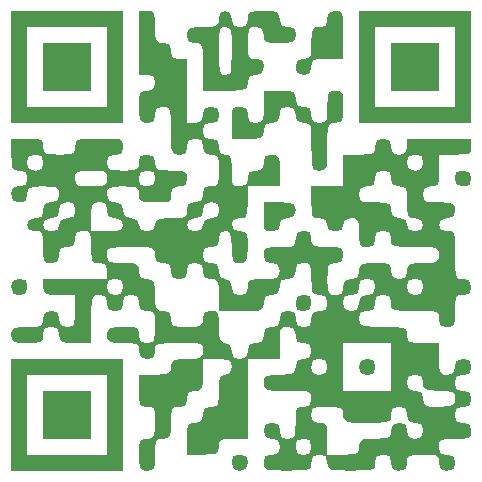
<source format=gbr>
%TF.GenerationSoftware,KiCad,Pcbnew,9.0.5*%
%TF.CreationDate,2025-12-07T11:50:43+11:00*%
%TF.ProjectId,inputSwitchboard,696e7075-7453-4776-9974-6368626f6172,rev?*%
%TF.SameCoordinates,Original*%
%TF.FileFunction,Legend,Bot*%
%TF.FilePolarity,Positive*%
%FSLAX46Y46*%
G04 Gerber Fmt 4.6, Leading zero omitted, Abs format (unit mm)*
G04 Created by KiCad (PCBNEW 9.0.5) date 2025-12-07 11:50:43*
%MOMM*%
%LPD*%
G01*
G04 APERTURE LIST*
%ADD10C,0.000000*%
G04 APERTURE END LIST*
D10*
%TO.C,G\u002A\u002A\u002A*%
G36*
X81680000Y-60623405D02*
G01*
X81680000Y-62650001D01*
X79653404Y-62650001D01*
X77626809Y-62650001D01*
X77626809Y-60623405D01*
X77626809Y-58596809D01*
X79653404Y-58596809D01*
X81680000Y-58596809D01*
X81680000Y-60623405D01*
G37*
G36*
X81680000Y-90076596D02*
G01*
X81680000Y-92103192D01*
X79653404Y-92103192D01*
X77626809Y-92103192D01*
X77626809Y-90076596D01*
X77626809Y-88050001D01*
X79653404Y-88050001D01*
X81680000Y-88050001D01*
X81680000Y-90076596D01*
G37*
G36*
X111133192Y-60623405D02*
G01*
X111133192Y-62650001D01*
X109106596Y-62650001D01*
X107080000Y-62650001D01*
X107080000Y-60623405D01*
X107080000Y-58596809D01*
X109106596Y-58596809D01*
X111133192Y-58596809D01*
X111133192Y-60623405D01*
G37*
G36*
X76114431Y-78704158D02*
G01*
X76272892Y-79143596D01*
X76275745Y-79268086D01*
X76164140Y-79782304D01*
X75724703Y-79940765D01*
X75600213Y-79943618D01*
X75085995Y-79832013D01*
X74927534Y-79392576D01*
X74924681Y-79268086D01*
X75036286Y-78753867D01*
X75475723Y-78595407D01*
X75600213Y-78592554D01*
X76114431Y-78704158D01*
G37*
G36*
X94759112Y-93565861D02*
G01*
X94917573Y-94005298D01*
X94920426Y-94129788D01*
X94808821Y-94644006D01*
X94369384Y-94802467D01*
X94244894Y-94805320D01*
X93730675Y-94693715D01*
X93572215Y-94254278D01*
X93569362Y-94129788D01*
X93680966Y-93615570D01*
X94120404Y-93457109D01*
X94244894Y-93454256D01*
X94759112Y-93565861D01*
G37*
G36*
X100163367Y-80055222D02*
G01*
X100321828Y-80494660D01*
X100324681Y-80619150D01*
X100213076Y-81133368D01*
X99773639Y-81291829D01*
X99649149Y-81294681D01*
X99134931Y-81183077D01*
X98976470Y-80743639D01*
X98973617Y-80619150D01*
X99085222Y-80104931D01*
X99524659Y-79946470D01*
X99649149Y-79943618D01*
X100163367Y-80055222D01*
G37*
G36*
X105567623Y-85459478D02*
G01*
X105726083Y-85898915D01*
X105728936Y-86023405D01*
X105617332Y-86537623D01*
X105177894Y-86696084D01*
X105053404Y-86698937D01*
X104539186Y-86587332D01*
X104380725Y-86147895D01*
X104377872Y-86023405D01*
X104489477Y-85509187D01*
X104928914Y-85350726D01*
X105053404Y-85347873D01*
X105567623Y-85459478D01*
G37*
G36*
X113674006Y-69516924D02*
G01*
X113832466Y-69956362D01*
X113835319Y-70080852D01*
X113723715Y-70595070D01*
X113284277Y-70753531D01*
X113159787Y-70756384D01*
X112645569Y-70644779D01*
X112487108Y-70205342D01*
X112484255Y-70080852D01*
X112595860Y-69566633D01*
X113035297Y-69408173D01*
X113159787Y-69405320D01*
X113674006Y-69516924D01*
G37*
G36*
X98424396Y-72129350D02*
G01*
X98824416Y-72241124D01*
X98960819Y-72511872D01*
X98973617Y-72782979D01*
X98862012Y-73297198D01*
X98422575Y-73455658D01*
X98298085Y-73458511D01*
X97768358Y-73585172D01*
X97622553Y-73998937D01*
X97464228Y-74422718D01*
X96947021Y-74539362D01*
X96530165Y-74488964D01*
X96332662Y-74241234D01*
X96274069Y-73651375D01*
X96271489Y-73323405D01*
X96271489Y-72107447D01*
X97622553Y-72107447D01*
X98424396Y-72129350D01*
G37*
G36*
X84382128Y-60623405D02*
G01*
X84382128Y-65352128D01*
X79653404Y-65352128D01*
X74924681Y-65352128D01*
X74924681Y-64001064D01*
X76275745Y-64001064D01*
X79653404Y-64001064D01*
X83031064Y-64001064D01*
X83031064Y-60623405D01*
X83031064Y-57245745D01*
X79653404Y-57245745D01*
X76275745Y-57245745D01*
X76275745Y-60623405D01*
X76275745Y-64001064D01*
X74924681Y-64001064D01*
X74924681Y-60623405D01*
X74924681Y-55894681D01*
X79653404Y-55894681D01*
X84382128Y-55894681D01*
X84382128Y-60623405D01*
G37*
G36*
X84382128Y-90076596D02*
G01*
X84382128Y-94805320D01*
X79653404Y-94805320D01*
X74924681Y-94805320D01*
X74924681Y-93454256D01*
X76275745Y-93454256D01*
X79653404Y-93454256D01*
X83031064Y-93454256D01*
X83031064Y-90076596D01*
X83031064Y-86698937D01*
X79653404Y-86698937D01*
X76275745Y-86698937D01*
X76275745Y-90076596D01*
X76275745Y-93454256D01*
X74924681Y-93454256D01*
X74924681Y-90076596D01*
X74924681Y-85347873D01*
X79653404Y-85347873D01*
X84382128Y-85347873D01*
X84382128Y-90076596D01*
G37*
G36*
X113835319Y-60623405D02*
G01*
X113835319Y-65352128D01*
X109106596Y-65352128D01*
X104377872Y-65352128D01*
X104377872Y-64001064D01*
X105728936Y-64001064D01*
X109106596Y-64001064D01*
X112484255Y-64001064D01*
X112484255Y-60623405D01*
X112484255Y-57245745D01*
X109106596Y-57245745D01*
X105728936Y-57245745D01*
X105728936Y-60623405D01*
X105728936Y-64001064D01*
X104377872Y-64001064D01*
X104377872Y-60623405D01*
X104377872Y-55894681D01*
X109106596Y-55894681D01*
X113835319Y-55894681D01*
X113835319Y-60623405D01*
G37*
G36*
X102694881Y-55919938D02*
G01*
X102896293Y-56071598D01*
X102993460Y-56463496D01*
X103024325Y-57209469D01*
X103026809Y-57921277D01*
X103026809Y-59947873D01*
X101675745Y-59947873D01*
X100873902Y-59969775D01*
X100473882Y-60081549D01*
X100337479Y-60352298D01*
X100324681Y-60623405D01*
X100213076Y-61137623D01*
X99773639Y-61296084D01*
X99649149Y-61298937D01*
X99134931Y-61187332D01*
X98976470Y-60747895D01*
X98973617Y-60623405D01*
X99085222Y-60109187D01*
X99524659Y-59950726D01*
X99649149Y-59947873D01*
X100050070Y-59904069D01*
X100250081Y-59680520D01*
X100318282Y-59139023D01*
X100324681Y-58596809D01*
X100346583Y-57794966D01*
X100458357Y-57394946D01*
X100729106Y-57258544D01*
X101000213Y-57245745D01*
X101514431Y-57134141D01*
X101672892Y-56694703D01*
X101675745Y-56570213D01*
X101787349Y-56055995D01*
X102226787Y-55897534D01*
X102351277Y-55894681D01*
X102694881Y-55919938D01*
G37*
G36*
X98424396Y-62671903D02*
G01*
X98824416Y-62783677D01*
X98960819Y-63054426D01*
X98973617Y-63325533D01*
X99085222Y-63839751D01*
X99524659Y-63998212D01*
X99649149Y-64001064D01*
X100163367Y-64112669D01*
X100321828Y-64552106D01*
X100324681Y-64676596D01*
X100436286Y-65190815D01*
X100875723Y-65349275D01*
X101000213Y-65352128D01*
X101401134Y-65308324D01*
X101601144Y-65084775D01*
X101669346Y-64543278D01*
X101675745Y-64001064D01*
X101697647Y-63199222D01*
X101809421Y-62799201D01*
X102080170Y-62662799D01*
X102351277Y-62650001D01*
X102752198Y-62693805D01*
X102952208Y-62917354D01*
X103020409Y-63458851D01*
X103026809Y-64001064D01*
X103004906Y-64802907D01*
X102893132Y-65202928D01*
X102622384Y-65339330D01*
X102351277Y-65352128D01*
X102007673Y-65377385D01*
X101806260Y-65529044D01*
X101709094Y-65920943D01*
X101678228Y-66666915D01*
X101675745Y-67378724D01*
X101667326Y-68409536D01*
X101616773Y-69013773D01*
X101486140Y-69305273D01*
X101237482Y-69397870D01*
X101000213Y-69405320D01*
X100656609Y-69380063D01*
X100455196Y-69228404D01*
X100358030Y-68836505D01*
X100327164Y-68090533D01*
X100324681Y-67378724D01*
X100316262Y-66347912D01*
X100265709Y-65743675D01*
X100135076Y-65452175D01*
X99886419Y-65359578D01*
X99649149Y-65352128D01*
X99134931Y-65240524D01*
X98976470Y-64801086D01*
X98973617Y-64676596D01*
X98862012Y-64162378D01*
X98422575Y-64003917D01*
X98298085Y-64001064D01*
X97783867Y-64112669D01*
X97625406Y-64552106D01*
X97622553Y-64676596D01*
X97510949Y-65190815D01*
X97071511Y-65349275D01*
X96947021Y-65352128D01*
X96432803Y-65463733D01*
X96274342Y-65903170D01*
X96271489Y-66027660D01*
X96227685Y-66428582D01*
X96004136Y-66628592D01*
X95462639Y-66696793D01*
X94920426Y-66703192D01*
X93569362Y-66703192D01*
X93569362Y-65352128D01*
X93591264Y-64550286D01*
X93703038Y-64150265D01*
X93973787Y-64013863D01*
X94244894Y-64001064D01*
X94759112Y-64112669D01*
X94917573Y-64552106D01*
X94920426Y-64676596D01*
X95032030Y-65190815D01*
X95471468Y-65349275D01*
X95595958Y-65352128D01*
X95996879Y-65308324D01*
X96196889Y-65084775D01*
X96265090Y-64543278D01*
X96271489Y-64001064D01*
X96271489Y-62650001D01*
X97622553Y-62650001D01*
X98424396Y-62671903D01*
G37*
G36*
X97073332Y-55916584D02*
G01*
X97473353Y-56028358D01*
X97609755Y-56299107D01*
X97622553Y-56570213D01*
X97734158Y-57084432D01*
X98173595Y-57242892D01*
X98298085Y-57245745D01*
X98812303Y-57357350D01*
X98970764Y-57796787D01*
X98973617Y-57921277D01*
X98929813Y-58322199D01*
X98706264Y-58522209D01*
X98164767Y-58590410D01*
X97622553Y-58596809D01*
X96820711Y-58574907D01*
X96420690Y-58463133D01*
X96284288Y-58192384D01*
X96271489Y-57921277D01*
X96159885Y-57407059D01*
X95720447Y-57248598D01*
X95595958Y-57245745D01*
X95195036Y-57289550D01*
X94995026Y-57513098D01*
X94926825Y-58054595D01*
X94920426Y-58596809D01*
X94942328Y-59398652D01*
X95054102Y-59798672D01*
X95324851Y-59935075D01*
X95595958Y-59947873D01*
X96110176Y-60059478D01*
X96268637Y-60498915D01*
X96271489Y-60623405D01*
X96159885Y-61137623D01*
X95720447Y-61296084D01*
X95595958Y-61298937D01*
X95081739Y-61410541D01*
X94923278Y-61849979D01*
X94920426Y-61974469D01*
X94892611Y-62327397D01*
X94730660Y-62529385D01*
X94316811Y-62622491D01*
X93533305Y-62648771D01*
X93028936Y-62650001D01*
X91137447Y-62650001D01*
X91137447Y-60623405D01*
X91129028Y-59592593D01*
X91102234Y-59272341D01*
X92488511Y-59272341D01*
X92501275Y-60308514D01*
X92559477Y-60916479D01*
X92692983Y-61208229D01*
X92931656Y-61295758D01*
X93028936Y-61298937D01*
X93305249Y-61251071D01*
X93467373Y-61032812D01*
X93545173Y-60532167D01*
X93568514Y-59637142D01*
X93569362Y-59272341D01*
X93556598Y-58236168D01*
X93498395Y-57628203D01*
X93364890Y-57336453D01*
X93126216Y-57248924D01*
X93028936Y-57245745D01*
X92752623Y-57293611D01*
X92590499Y-57511870D01*
X92512699Y-58012515D01*
X92489358Y-58907540D01*
X92488511Y-59272341D01*
X91102234Y-59272341D01*
X91078475Y-58988356D01*
X90947842Y-58696856D01*
X90699185Y-58604259D01*
X90461915Y-58596809D01*
X89947697Y-58485204D01*
X89789236Y-58045767D01*
X89786383Y-57921277D01*
X89830187Y-57520356D01*
X90053736Y-57320346D01*
X90595233Y-57252144D01*
X91137447Y-57245745D01*
X91939290Y-57223843D01*
X92339310Y-57112069D01*
X92475712Y-56841320D01*
X92488511Y-56570213D01*
X92615171Y-56040487D01*
X93028936Y-55894681D01*
X93452718Y-56053007D01*
X93569362Y-56570213D01*
X93680966Y-57084432D01*
X94120404Y-57242892D01*
X94244894Y-57245745D01*
X94759112Y-57134141D01*
X94917573Y-56694703D01*
X94920426Y-56570213D01*
X94964230Y-56169292D01*
X95187779Y-55969282D01*
X95729276Y-55901081D01*
X96271489Y-55894681D01*
X97073332Y-55916584D01*
G37*
G36*
X86809645Y-55938486D02*
G01*
X87009655Y-56162034D01*
X87077856Y-56703532D01*
X87084255Y-57245745D01*
X87106158Y-58047588D01*
X87217932Y-58447608D01*
X87488680Y-58584011D01*
X87759787Y-58596809D01*
X88274006Y-58708414D01*
X88432466Y-59147851D01*
X88435319Y-59272341D01*
X88546924Y-59786559D01*
X88986361Y-59945020D01*
X89110851Y-59947873D01*
X89786383Y-59947873D01*
X89786383Y-62650001D01*
X89786383Y-65352128D01*
X90461915Y-65352128D01*
X90976133Y-65240524D01*
X91134594Y-64801086D01*
X91137447Y-64676596D01*
X91249052Y-64162378D01*
X91688489Y-64003917D01*
X91812979Y-64001064D01*
X92327197Y-64112669D01*
X92485658Y-64552106D01*
X92488511Y-64676596D01*
X92376906Y-65190815D01*
X91937469Y-65349275D01*
X91812979Y-65352128D01*
X91298761Y-65463733D01*
X91140300Y-65903170D01*
X91137447Y-66027660D01*
X91249052Y-66541878D01*
X91688489Y-66700339D01*
X91812979Y-66703192D01*
X92327197Y-66814797D01*
X92485658Y-67254234D01*
X92488511Y-67378724D01*
X92615171Y-67908451D01*
X93028936Y-68054256D01*
X93353086Y-68125388D01*
X93514751Y-68427312D01*
X93567049Y-69092820D01*
X93569362Y-69405320D01*
X93591264Y-70207162D01*
X93703038Y-70607183D01*
X93973787Y-70743585D01*
X94244894Y-70756384D01*
X94759112Y-70644779D01*
X94917573Y-70205342D01*
X94920426Y-70080852D01*
X95032030Y-69566633D01*
X95471468Y-69408173D01*
X95595958Y-69405320D01*
X96110176Y-69293715D01*
X96268637Y-68854278D01*
X96271489Y-68729788D01*
X96383094Y-68215570D01*
X96822531Y-68057109D01*
X96947021Y-68054256D01*
X97347943Y-68098060D01*
X97547953Y-68321609D01*
X97616154Y-68863106D01*
X97622553Y-69405320D01*
X97622553Y-70756384D01*
X96271489Y-70756384D01*
X94920426Y-70756384D01*
X94920426Y-72107447D01*
X94898523Y-72909290D01*
X94786749Y-73309311D01*
X94516001Y-73445713D01*
X94244894Y-73458511D01*
X93715167Y-73585172D01*
X93569362Y-73998937D01*
X93727687Y-74422718D01*
X94244894Y-74539362D01*
X94645815Y-74583167D01*
X94845825Y-74806715D01*
X94914026Y-75348212D01*
X94920426Y-75890426D01*
X94898523Y-76692269D01*
X94786749Y-77092289D01*
X94516001Y-77228692D01*
X94244894Y-77241490D01*
X93843972Y-77197686D01*
X93643962Y-76974137D01*
X93575761Y-76432640D01*
X93569362Y-75890426D01*
X93540909Y-75080052D01*
X93420139Y-74675889D01*
X93153936Y-74545143D01*
X93028936Y-74539362D01*
X92605155Y-74697688D01*
X92488511Y-75214894D01*
X92376906Y-75729113D01*
X91937469Y-75887573D01*
X91812979Y-75890426D01*
X91298761Y-76002031D01*
X91140300Y-76441468D01*
X91137447Y-76565958D01*
X91249052Y-77080176D01*
X91688489Y-77238637D01*
X91812979Y-77241490D01*
X92327197Y-77353095D01*
X92485658Y-77792532D01*
X92488511Y-77917022D01*
X92615171Y-78446749D01*
X93028936Y-78592554D01*
X93452718Y-78750879D01*
X93569362Y-79268086D01*
X93680966Y-79782304D01*
X94120404Y-79940765D01*
X94244894Y-79943618D01*
X94759112Y-79832013D01*
X94917573Y-79392576D01*
X94920426Y-79268086D01*
X94964230Y-78867164D01*
X95187779Y-78667154D01*
X95729276Y-78598953D01*
X96271489Y-78592554D01*
X97073332Y-78570652D01*
X97473353Y-78458877D01*
X97609755Y-78188129D01*
X97622553Y-77917022D01*
X97510949Y-77402804D01*
X97071511Y-77244343D01*
X96947021Y-77241490D01*
X96432803Y-77129885D01*
X96274342Y-76690448D01*
X96271489Y-76565958D01*
X96315294Y-76165037D01*
X96538842Y-75965026D01*
X97080340Y-75896825D01*
X97622553Y-75890426D01*
X98424396Y-75868524D01*
X98824416Y-75756750D01*
X98960819Y-75486001D01*
X98973617Y-75214894D01*
X99085222Y-74700676D01*
X99524659Y-74542215D01*
X99649149Y-74539362D01*
X100163367Y-74650967D01*
X100321828Y-75090404D01*
X100324681Y-75214894D01*
X100368485Y-75615816D01*
X100592034Y-75815826D01*
X101133531Y-75884027D01*
X101675745Y-75890426D01*
X102477587Y-75912328D01*
X102877608Y-76024103D01*
X103014010Y-76294851D01*
X103026809Y-76565958D01*
X102915204Y-77080176D01*
X102475767Y-77238637D01*
X102351277Y-77241490D01*
X101950355Y-77285294D01*
X101750345Y-77508843D01*
X101682144Y-78050340D01*
X101675745Y-78592554D01*
X101697647Y-79394397D01*
X101809421Y-79794417D01*
X102080170Y-79930819D01*
X102351277Y-79943618D01*
X102865495Y-79832013D01*
X103023956Y-79392576D01*
X103026809Y-79268086D01*
X103138413Y-78753867D01*
X103577851Y-78595407D01*
X103702341Y-78592554D01*
X104216559Y-78480949D01*
X104375020Y-78041512D01*
X104377872Y-77917022D01*
X104421677Y-77516101D01*
X104645225Y-77316090D01*
X105186723Y-77247889D01*
X105728936Y-77241490D01*
X106530779Y-77263392D01*
X106930799Y-77375166D01*
X107067202Y-77645915D01*
X107080000Y-77917022D01*
X107191605Y-78431240D01*
X107631042Y-78589701D01*
X107755532Y-78592554D01*
X108269750Y-78480949D01*
X108428211Y-78041512D01*
X108431064Y-77917022D01*
X108474868Y-77516101D01*
X108698417Y-77316090D01*
X109239914Y-77247889D01*
X109782128Y-77241490D01*
X110583970Y-77219588D01*
X110983991Y-77107813D01*
X111120393Y-76837065D01*
X111133192Y-76565958D01*
X111107935Y-76222354D01*
X110956276Y-76020942D01*
X110564377Y-75923775D01*
X109818404Y-75892909D01*
X109106596Y-75890426D01*
X108075784Y-75882007D01*
X107471547Y-75831454D01*
X107180047Y-75700821D01*
X107087450Y-75452164D01*
X107080000Y-75214894D01*
X106968395Y-74700676D01*
X106528958Y-74542215D01*
X106404468Y-74539362D01*
X105890250Y-74650967D01*
X105731789Y-75090404D01*
X105728936Y-75214894D01*
X105617332Y-75729113D01*
X105177894Y-75887573D01*
X105053404Y-75890426D01*
X104636548Y-75840027D01*
X104439045Y-75592298D01*
X104380452Y-75002439D01*
X104377872Y-74674469D01*
X104349873Y-73924127D01*
X104212246Y-73568622D01*
X103884546Y-73463155D01*
X103702341Y-73458511D01*
X103172614Y-73585172D01*
X103026809Y-73998937D01*
X102868483Y-74422718D01*
X102351277Y-74539362D01*
X101821550Y-74412702D01*
X101675745Y-73998937D01*
X101517419Y-73575155D01*
X101000213Y-73458511D01*
X100599291Y-73414707D01*
X100399281Y-73191158D01*
X100331080Y-72649661D01*
X100324681Y-72107447D01*
X100324681Y-71431916D01*
X104377872Y-71431916D01*
X104421677Y-71832837D01*
X104645225Y-72032847D01*
X105186723Y-72101048D01*
X105728936Y-72107447D01*
X106530779Y-72129350D01*
X106930799Y-72241124D01*
X107067202Y-72511872D01*
X107080000Y-72782979D01*
X107191605Y-73297198D01*
X107631042Y-73455658D01*
X107755532Y-73458511D01*
X108285259Y-73585172D01*
X108431064Y-73998937D01*
X108589390Y-74422718D01*
X109106596Y-74539362D01*
X109636323Y-74412702D01*
X109782128Y-73998937D01*
X109623802Y-73575155D01*
X109106596Y-73458511D01*
X108705674Y-73414707D01*
X108505664Y-73191158D01*
X108437463Y-72649661D01*
X108431064Y-72107447D01*
X108409162Y-71305605D01*
X108297387Y-70905584D01*
X108026639Y-70769182D01*
X107755532Y-70756384D01*
X107241314Y-70644779D01*
X107082853Y-70205342D01*
X107080000Y-70080852D01*
X106968395Y-69566633D01*
X106528958Y-69408173D01*
X106404468Y-69405320D01*
X105890250Y-69516924D01*
X105731789Y-69956362D01*
X105728936Y-70080852D01*
X105617332Y-70595070D01*
X105177894Y-70753531D01*
X105053404Y-70756384D01*
X104539186Y-70867988D01*
X104380725Y-71307426D01*
X104377872Y-71431916D01*
X100324681Y-71431916D01*
X100324681Y-70756384D01*
X101675745Y-70756384D01*
X103026809Y-70756384D01*
X103026809Y-69405320D01*
X103026809Y-68729788D01*
X108431064Y-68729788D01*
X108542669Y-69244006D01*
X108982106Y-69402467D01*
X109106596Y-69405320D01*
X109620814Y-69293715D01*
X109779275Y-68854278D01*
X109782128Y-68729788D01*
X109670523Y-68215570D01*
X109231086Y-68057109D01*
X109106596Y-68054256D01*
X108592378Y-68165861D01*
X108433917Y-68605298D01*
X108431064Y-68729788D01*
X103026809Y-68729788D01*
X103026809Y-68054256D01*
X104377872Y-68054256D01*
X105179715Y-68032354D01*
X105579736Y-67920579D01*
X105716138Y-67649831D01*
X105728936Y-67378724D01*
X105840541Y-66864506D01*
X106279978Y-66706045D01*
X106404468Y-66703192D01*
X106918686Y-66814797D01*
X107077147Y-67254234D01*
X107080000Y-67378724D01*
X107191605Y-67892942D01*
X107631042Y-68051403D01*
X107755532Y-68054256D01*
X108269750Y-67942651D01*
X108428211Y-67503214D01*
X108431064Y-67378724D01*
X108431064Y-66703192D01*
X111133192Y-66703192D01*
X113835319Y-66703192D01*
X113835319Y-67378724D01*
X113791515Y-67779645D01*
X113567966Y-67979656D01*
X113026469Y-68047857D01*
X112484255Y-68054256D01*
X111133192Y-68054256D01*
X111133192Y-69405320D01*
X111111289Y-70207162D01*
X110999515Y-70607183D01*
X110728766Y-70743585D01*
X110457660Y-70756384D01*
X109943441Y-70867988D01*
X109784981Y-71307426D01*
X109782128Y-71431916D01*
X109825932Y-71832837D01*
X110049481Y-72032847D01*
X110590978Y-72101048D01*
X111133192Y-72107447D01*
X111935034Y-72129350D01*
X112335055Y-72241124D01*
X112471457Y-72511872D01*
X112484255Y-72782979D01*
X112372651Y-73297198D01*
X111933213Y-73455658D01*
X111808723Y-73458511D01*
X111278997Y-73585172D01*
X111133192Y-73998937D01*
X111291517Y-74422718D01*
X111808723Y-74539362D01*
X112152327Y-74564619D01*
X112353740Y-74716278D01*
X112450906Y-75108177D01*
X112481772Y-75854149D01*
X112484255Y-76565958D01*
X112492674Y-77596770D01*
X112543227Y-78201007D01*
X112673860Y-78492507D01*
X112922518Y-78585104D01*
X113159787Y-78592554D01*
X113674006Y-78704158D01*
X113832466Y-79143596D01*
X113835319Y-79268086D01*
X113723715Y-79782304D01*
X113284277Y-79940765D01*
X113159787Y-79943618D01*
X112758866Y-79987422D01*
X112558856Y-80210971D01*
X112490655Y-80752468D01*
X112484255Y-81294681D01*
X112462353Y-82096524D01*
X112350579Y-82496545D01*
X112079830Y-82632947D01*
X111808723Y-82645745D01*
X111294505Y-82534141D01*
X111136044Y-82094703D01*
X111133192Y-81970213D01*
X111107935Y-81626610D01*
X110956276Y-81425197D01*
X110564377Y-81328030D01*
X109818404Y-81297165D01*
X109106596Y-81294681D01*
X108075784Y-81286263D01*
X107471547Y-81235709D01*
X107180047Y-81105077D01*
X107087450Y-80856419D01*
X107080000Y-80619150D01*
X106968395Y-80104931D01*
X106528958Y-79946470D01*
X106404468Y-79943618D01*
X105890250Y-80055222D01*
X105731789Y-80494660D01*
X105728936Y-80619150D01*
X105617332Y-81133368D01*
X105177894Y-81291829D01*
X105053404Y-81294681D01*
X104539186Y-81406286D01*
X104380725Y-81845723D01*
X104377872Y-81970213D01*
X104403129Y-82313817D01*
X104554788Y-82515230D01*
X104946687Y-82612396D01*
X105692659Y-82643262D01*
X106404468Y-82645745D01*
X107435280Y-82654164D01*
X108039517Y-82704717D01*
X108331017Y-82835350D01*
X108423614Y-83084008D01*
X108431064Y-83321277D01*
X108474868Y-83722199D01*
X108698417Y-83922209D01*
X109239914Y-83990410D01*
X109782128Y-83996809D01*
X111133192Y-83996809D01*
X111133192Y-85347873D01*
X111155094Y-86149716D01*
X111266868Y-86549736D01*
X111537617Y-86686138D01*
X111808723Y-86698937D01*
X112322942Y-86587332D01*
X112481403Y-86147895D01*
X112484255Y-86023405D01*
X112595860Y-85509187D01*
X113035297Y-85350726D01*
X113159787Y-85347873D01*
X113674006Y-85459478D01*
X113832466Y-85898915D01*
X113835319Y-86023405D01*
X113723715Y-86537623D01*
X113284277Y-86696084D01*
X113159787Y-86698937D01*
X112645569Y-86810541D01*
X112487108Y-87249979D01*
X112484255Y-87374469D01*
X112595860Y-87888687D01*
X113035297Y-88047148D01*
X113159787Y-88050001D01*
X113674006Y-88161605D01*
X113832466Y-88601043D01*
X113835319Y-88725533D01*
X113723715Y-89239751D01*
X113284277Y-89398212D01*
X113159787Y-89401064D01*
X112645569Y-89512669D01*
X112487108Y-89952106D01*
X112484255Y-90076596D01*
X112595860Y-90590815D01*
X113035297Y-90749275D01*
X113159787Y-90752128D01*
X113674006Y-90863733D01*
X113832466Y-91303170D01*
X113835319Y-91427660D01*
X113791515Y-91828582D01*
X113567966Y-92028592D01*
X113026469Y-92096793D01*
X112484255Y-92103192D01*
X111682413Y-92125094D01*
X111282392Y-92236869D01*
X111145990Y-92507617D01*
X111133192Y-92778724D01*
X111244796Y-93292942D01*
X111684234Y-93451403D01*
X111808723Y-93454256D01*
X112322942Y-93565861D01*
X112481403Y-94005298D01*
X112484255Y-94129788D01*
X112372651Y-94644006D01*
X111933213Y-94802467D01*
X111808723Y-94805320D01*
X111294505Y-94693715D01*
X111136044Y-94254278D01*
X111133192Y-94129788D01*
X111089387Y-93728866D01*
X110865839Y-93528856D01*
X110324341Y-93460655D01*
X109782128Y-93454256D01*
X108980285Y-93476158D01*
X108580265Y-93587932D01*
X108443862Y-93858681D01*
X108431064Y-94129788D01*
X108319459Y-94644006D01*
X107880022Y-94802467D01*
X107755532Y-94805320D01*
X107241314Y-94693715D01*
X107082853Y-94254278D01*
X107080000Y-94129788D01*
X106968395Y-93615570D01*
X106528958Y-93457109D01*
X106404468Y-93454256D01*
X105890250Y-93565861D01*
X105731789Y-94005298D01*
X105728936Y-94129788D01*
X105703680Y-94473392D01*
X105552020Y-94674804D01*
X105160122Y-94771971D01*
X104414149Y-94802836D01*
X103702341Y-94805320D01*
X102671529Y-94796901D01*
X102067291Y-94746348D01*
X101775792Y-94615715D01*
X101683195Y-94367057D01*
X101675745Y-94129788D01*
X101564140Y-93615570D01*
X101124703Y-93457109D01*
X101000213Y-93454256D01*
X100485995Y-93565861D01*
X100327534Y-94005298D01*
X100324681Y-94129788D01*
X100299425Y-94473392D01*
X100147765Y-94674804D01*
X99755867Y-94771971D01*
X99009894Y-94802836D01*
X98298085Y-94805320D01*
X97267274Y-94796901D01*
X96663036Y-94746348D01*
X96371536Y-94615715D01*
X96278939Y-94367057D01*
X96271489Y-94129788D01*
X96383094Y-93615570D01*
X96822531Y-93457109D01*
X96947021Y-93454256D01*
X97461240Y-93342651D01*
X97619700Y-92903214D01*
X97622553Y-92778724D01*
X98973617Y-92778724D01*
X99085222Y-93292942D01*
X99524659Y-93451403D01*
X99649149Y-93454256D01*
X100163367Y-93342651D01*
X100321828Y-92903214D01*
X100324681Y-92778724D01*
X100213076Y-92264506D01*
X99773639Y-92106045D01*
X99649149Y-92103192D01*
X99134931Y-92214797D01*
X98976470Y-92654234D01*
X98973617Y-92778724D01*
X97622553Y-92778724D01*
X97510949Y-92264506D01*
X97071511Y-92106045D01*
X96947021Y-92103192D01*
X96432803Y-91991587D01*
X96274342Y-91552150D01*
X96271489Y-91427660D01*
X96383094Y-90913442D01*
X96822531Y-90754981D01*
X96947021Y-90752128D01*
X97461240Y-90863733D01*
X97619700Y-91303170D01*
X97622553Y-91427660D01*
X97734158Y-91941878D01*
X98173595Y-92100339D01*
X98298085Y-92103192D01*
X98699007Y-92059388D01*
X98899017Y-91835839D01*
X98967218Y-91294342D01*
X98973617Y-90752128D01*
X98992069Y-90076596D01*
X100324681Y-90076596D01*
X100436286Y-90590815D01*
X100875723Y-90749275D01*
X101000213Y-90752128D01*
X101401134Y-90795933D01*
X101601144Y-91019481D01*
X101669346Y-91560978D01*
X101675745Y-92103192D01*
X101675745Y-93454256D01*
X103026809Y-93454256D01*
X103828651Y-93432354D01*
X104228672Y-93320579D01*
X104365074Y-93049831D01*
X104377872Y-92778724D01*
X104421677Y-92377803D01*
X104645225Y-92177792D01*
X105186723Y-92109591D01*
X105728936Y-92103192D01*
X106530779Y-92081290D01*
X106930799Y-91969516D01*
X107067202Y-91698767D01*
X107080000Y-91427660D01*
X107191605Y-90913442D01*
X107631042Y-90754981D01*
X107755532Y-90752128D01*
X108269750Y-90863733D01*
X108428211Y-91303170D01*
X108431064Y-91427660D01*
X108542669Y-91941878D01*
X108982106Y-92100339D01*
X109106596Y-92103192D01*
X109620814Y-91991587D01*
X109779275Y-91552150D01*
X109782128Y-91427660D01*
X109670523Y-90913442D01*
X109231086Y-90754981D01*
X109106596Y-90752128D01*
X108592378Y-90640524D01*
X108433917Y-90201086D01*
X108431064Y-90076596D01*
X108319459Y-89562378D01*
X107880022Y-89403917D01*
X107755532Y-89401064D01*
X107241314Y-89512669D01*
X107082853Y-89952106D01*
X107080000Y-90076596D01*
X107054744Y-90420200D01*
X106903084Y-90621613D01*
X106511186Y-90718779D01*
X105765213Y-90749645D01*
X105053404Y-90752128D01*
X104022593Y-90743709D01*
X103418355Y-90693156D01*
X103126855Y-90562523D01*
X103034259Y-90313866D01*
X103026809Y-90076596D01*
X102983004Y-89675675D01*
X102759456Y-89475665D01*
X102217958Y-89407464D01*
X101675745Y-89401064D01*
X100873902Y-89422967D01*
X100473882Y-89534741D01*
X100337479Y-89805490D01*
X100324681Y-90076596D01*
X98992069Y-90076596D01*
X98995519Y-89950286D01*
X99107294Y-89550265D01*
X99378042Y-89413863D01*
X99649149Y-89401064D01*
X100163367Y-89289460D01*
X100321828Y-88850022D01*
X100324681Y-88725533D01*
X100299425Y-88381929D01*
X100147765Y-88180516D01*
X99755867Y-88083350D01*
X99009894Y-88052484D01*
X98298085Y-88050001D01*
X103026809Y-88050001D01*
X105053404Y-88050001D01*
X107080000Y-88050001D01*
X107080000Y-87374469D01*
X108431064Y-87374469D01*
X108542669Y-87888687D01*
X108982106Y-88047148D01*
X109106596Y-88050001D01*
X109620814Y-88161605D01*
X109779275Y-88601043D01*
X109782128Y-88725533D01*
X109825932Y-89126454D01*
X110049481Y-89326464D01*
X110590978Y-89394665D01*
X111133192Y-89401064D01*
X111935034Y-89379162D01*
X112335055Y-89267388D01*
X112471457Y-88996639D01*
X112484255Y-88725533D01*
X112440451Y-88324611D01*
X112216902Y-88124601D01*
X111675405Y-88056400D01*
X111133192Y-88050001D01*
X110331349Y-88028098D01*
X109931328Y-87916324D01*
X109794926Y-87645576D01*
X109782128Y-87374469D01*
X109670523Y-86860250D01*
X109231086Y-86701790D01*
X109106596Y-86698937D01*
X108592378Y-86810541D01*
X108433917Y-87249979D01*
X108431064Y-87374469D01*
X107080000Y-87374469D01*
X107080000Y-86023405D01*
X107080000Y-83996809D01*
X105053404Y-83996809D01*
X103026809Y-83996809D01*
X103026809Y-86023405D01*
X103026809Y-88050001D01*
X98298085Y-88050001D01*
X97267274Y-88041582D01*
X96663036Y-87991029D01*
X96371536Y-87860396D01*
X96278939Y-87611738D01*
X96271489Y-87374469D01*
X96315294Y-86973547D01*
X96538842Y-86773537D01*
X97080340Y-86705336D01*
X97622553Y-86698937D01*
X98424396Y-86677035D01*
X98824416Y-86565260D01*
X98960819Y-86294512D01*
X98973617Y-86023405D01*
X100324681Y-86023405D01*
X100436286Y-86537623D01*
X100875723Y-86696084D01*
X101000213Y-86698937D01*
X101514431Y-86587332D01*
X101672892Y-86147895D01*
X101675745Y-86023405D01*
X101564140Y-85509187D01*
X101124703Y-85350726D01*
X101000213Y-85347873D01*
X100485995Y-85459478D01*
X100327534Y-85898915D01*
X100324681Y-86023405D01*
X98973617Y-86023405D01*
X99085222Y-85509187D01*
X99524659Y-85350726D01*
X99649149Y-85347873D01*
X100163367Y-85236268D01*
X100321828Y-84796831D01*
X100324681Y-84672341D01*
X100213076Y-84158123D01*
X99773639Y-83999662D01*
X99649149Y-83996809D01*
X99134931Y-83885204D01*
X98976470Y-83445767D01*
X98973617Y-83321277D01*
X98862012Y-82807059D01*
X98422575Y-82648598D01*
X98298085Y-82645745D01*
X97897164Y-82689550D01*
X97697154Y-82913098D01*
X97628952Y-83454595D01*
X97622553Y-83996809D01*
X97622553Y-85347873D01*
X96271489Y-85347873D01*
X94920426Y-85347873D01*
X94920426Y-88725533D01*
X94920426Y-92103192D01*
X93704468Y-92103192D01*
X92954126Y-92131191D01*
X92598621Y-92268819D01*
X92493155Y-92596518D01*
X92488511Y-92778724D01*
X92444706Y-93179645D01*
X92221158Y-93379656D01*
X91679661Y-93447857D01*
X91137447Y-93454256D01*
X89786383Y-93454256D01*
X89786383Y-92103192D01*
X89808285Y-91301349D01*
X89920060Y-90901329D01*
X90190808Y-90764927D01*
X90461915Y-90752128D01*
X90976133Y-90640524D01*
X91134594Y-90201086D01*
X91137447Y-90076596D01*
X91249052Y-89562378D01*
X91688489Y-89403917D01*
X91812979Y-89401064D01*
X92213900Y-89357260D01*
X92413910Y-89133711D01*
X92482112Y-88592214D01*
X92488511Y-88050001D01*
X92516964Y-87239627D01*
X92637733Y-86835463D01*
X92903936Y-86704718D01*
X93028936Y-86698937D01*
X93452718Y-86540611D01*
X93569362Y-86023405D01*
X93518963Y-85606548D01*
X93271234Y-85409046D01*
X92681374Y-85350453D01*
X92353404Y-85347873D01*
X91137447Y-85347873D01*
X91137447Y-86698937D01*
X91115545Y-87500780D01*
X91003770Y-87900800D01*
X90733022Y-88037202D01*
X90461915Y-88050001D01*
X89947697Y-88161605D01*
X89789236Y-88601043D01*
X89786383Y-88725533D01*
X89674778Y-89239751D01*
X89235341Y-89398212D01*
X89110851Y-89401064D01*
X88709930Y-89444869D01*
X88509920Y-89668417D01*
X88441718Y-90209915D01*
X88435319Y-90752128D01*
X88413417Y-91553971D01*
X88301643Y-91953991D01*
X88030894Y-92090394D01*
X87759787Y-92103192D01*
X87358866Y-92146996D01*
X87158856Y-92370545D01*
X87090655Y-92912042D01*
X87084255Y-93454256D01*
X87062353Y-94256099D01*
X86950579Y-94656119D01*
X86679830Y-94792521D01*
X86408723Y-94805320D01*
X86007802Y-94761516D01*
X85807792Y-94537967D01*
X85739591Y-93996470D01*
X85733192Y-93454256D01*
X85755094Y-92652413D01*
X85866868Y-92252393D01*
X86137617Y-92115991D01*
X86408723Y-92103192D01*
X86809645Y-92059388D01*
X87009655Y-91835839D01*
X87077856Y-91294342D01*
X87084255Y-90752128D01*
X87062353Y-89950286D01*
X86950579Y-89550265D01*
X86679830Y-89413863D01*
X86408723Y-89401064D01*
X86007802Y-89357260D01*
X85807792Y-89133711D01*
X85739591Y-88592214D01*
X85733192Y-88050001D01*
X85733192Y-86698937D01*
X87084255Y-86698937D01*
X87886098Y-86677035D01*
X88286119Y-86565260D01*
X88422521Y-86294512D01*
X88435319Y-86023405D01*
X88479123Y-85622483D01*
X88702672Y-85422473D01*
X89244169Y-85354272D01*
X89786383Y-85347873D01*
X90588226Y-85325971D01*
X90988246Y-85214196D01*
X91124648Y-84943448D01*
X91137447Y-84672341D01*
X91112190Y-84328737D01*
X90960531Y-84127325D01*
X90568632Y-84030158D01*
X89822660Y-83999292D01*
X89110851Y-83996809D01*
X88080040Y-84005228D01*
X87475802Y-84055781D01*
X87184302Y-84186414D01*
X87091705Y-84435071D01*
X87084255Y-84672341D01*
X86972651Y-85186559D01*
X86533213Y-85345020D01*
X86408723Y-85347873D01*
X85894505Y-85236268D01*
X85736044Y-84796831D01*
X85733192Y-84672341D01*
X85689387Y-84271420D01*
X85465839Y-84071409D01*
X84924341Y-84003208D01*
X84382128Y-83996809D01*
X83580285Y-83974907D01*
X83180265Y-83863133D01*
X83043862Y-83592384D01*
X83031064Y-83321277D01*
X83074868Y-82920356D01*
X83298417Y-82720346D01*
X83839914Y-82652144D01*
X84382128Y-82645745D01*
X85183970Y-82667647D01*
X85583991Y-82779422D01*
X85720393Y-83050170D01*
X85733192Y-83321277D01*
X85844796Y-83835495D01*
X86284234Y-83993956D01*
X86408723Y-83996809D01*
X86809645Y-83953005D01*
X87009655Y-83729456D01*
X87077856Y-83187959D01*
X87084255Y-82645745D01*
X87062353Y-81843903D01*
X86950579Y-81443882D01*
X86679830Y-81307480D01*
X86408723Y-81294681D01*
X85894505Y-81183077D01*
X85736044Y-80743639D01*
X85733192Y-80619150D01*
X85621587Y-80104931D01*
X85182150Y-79946470D01*
X85057660Y-79943618D01*
X84543441Y-80055222D01*
X84384981Y-80494660D01*
X84382128Y-80619150D01*
X84270523Y-81133368D01*
X83831086Y-81291829D01*
X83706596Y-81294681D01*
X83192378Y-81183077D01*
X83033917Y-80743639D01*
X83031064Y-80619150D01*
X82919459Y-80104931D01*
X82480022Y-79946470D01*
X82355532Y-79943618D01*
X82011928Y-79968874D01*
X81810516Y-80120534D01*
X81713349Y-80512432D01*
X81682483Y-81258405D01*
X81680000Y-81970213D01*
X81680000Y-83996809D01*
X80328936Y-83996809D01*
X79527094Y-83974907D01*
X79127073Y-83863133D01*
X78990671Y-83592384D01*
X78977872Y-83321277D01*
X78866268Y-82807059D01*
X78426830Y-82648598D01*
X78302341Y-82645745D01*
X77788122Y-82757350D01*
X77629661Y-83196787D01*
X77626809Y-83321277D01*
X77583004Y-83722199D01*
X77359456Y-83922209D01*
X76817958Y-83990410D01*
X76275745Y-83996809D01*
X75473902Y-83974907D01*
X75073882Y-83863133D01*
X74937479Y-83592384D01*
X74924681Y-83321277D01*
X74968485Y-82920356D01*
X75192034Y-82720346D01*
X75733531Y-82652144D01*
X76275745Y-82645745D01*
X77077587Y-82623843D01*
X77477608Y-82512069D01*
X77614010Y-82241320D01*
X77626809Y-81970213D01*
X77738413Y-81455995D01*
X78177851Y-81297534D01*
X78302341Y-81294681D01*
X78816559Y-81406286D01*
X78975020Y-81845723D01*
X78977872Y-81970213D01*
X79089477Y-82484432D01*
X79528914Y-82642892D01*
X79653404Y-82645745D01*
X80054326Y-82601941D01*
X80254336Y-82378392D01*
X80322537Y-81836895D01*
X80328936Y-81294681D01*
X80328936Y-79943618D01*
X78977872Y-79943618D01*
X78176030Y-79921716D01*
X77776009Y-79809941D01*
X77639607Y-79539193D01*
X77626809Y-79268086D01*
X83031064Y-79268086D01*
X83142669Y-79782304D01*
X83582106Y-79940765D01*
X83706596Y-79943618D01*
X84220814Y-79832013D01*
X84379275Y-79392576D01*
X84382128Y-79268086D01*
X84270523Y-78753867D01*
X83831086Y-78595407D01*
X83706596Y-78592554D01*
X83192378Y-78704158D01*
X83033917Y-79143596D01*
X83031064Y-79268086D01*
X77626809Y-79268086D01*
X77626809Y-78592554D01*
X80328936Y-78592554D01*
X83031064Y-78592554D01*
X83031064Y-77917022D01*
X82919459Y-77402804D01*
X82480022Y-77244343D01*
X82355532Y-77241490D01*
X81954611Y-77197686D01*
X81754600Y-76974137D01*
X81703190Y-76565958D01*
X83031064Y-76565958D01*
X83074868Y-76966879D01*
X83298417Y-77166890D01*
X83839914Y-77235091D01*
X84382128Y-77241490D01*
X85183970Y-77263392D01*
X85583991Y-77375166D01*
X85720393Y-77645915D01*
X85733192Y-77917022D01*
X85844796Y-78431240D01*
X86284234Y-78589701D01*
X86408723Y-78592554D01*
X86809645Y-78636358D01*
X87009655Y-78859907D01*
X87077856Y-79401404D01*
X87084255Y-79943618D01*
X87106158Y-80745460D01*
X87217932Y-81145481D01*
X87488680Y-81281883D01*
X87759787Y-81294681D01*
X88274006Y-81406286D01*
X88432466Y-81845723D01*
X88435319Y-81970213D01*
X88479123Y-82371135D01*
X88702672Y-82571145D01*
X89244169Y-82639346D01*
X89786383Y-82645745D01*
X90588226Y-82623843D01*
X90988246Y-82512069D01*
X91124648Y-82241320D01*
X91137447Y-81970213D01*
X91249052Y-81455995D01*
X91688489Y-81297534D01*
X91812979Y-81294681D01*
X92213900Y-81338486D01*
X92413910Y-81562034D01*
X92482112Y-82103532D01*
X92488511Y-82645745D01*
X92516964Y-83456119D01*
X92637733Y-83860283D01*
X92903936Y-83991028D01*
X93028936Y-83996809D01*
X93452718Y-84155135D01*
X93569362Y-84672341D01*
X93680966Y-85186559D01*
X94120404Y-85345020D01*
X94244894Y-85347873D01*
X94759112Y-85236268D01*
X94917573Y-84796831D01*
X94920426Y-84672341D01*
X95032030Y-84158123D01*
X95471468Y-83999662D01*
X95595958Y-83996809D01*
X96110176Y-83885204D01*
X96268637Y-83445767D01*
X96271489Y-83321277D01*
X96383094Y-82807059D01*
X96822531Y-82648598D01*
X96947021Y-82645745D01*
X97461240Y-82534141D01*
X97619700Y-82094703D01*
X97622553Y-81970213D01*
X97734158Y-81455995D01*
X98173595Y-81297534D01*
X98298085Y-81294681D01*
X98812303Y-81406286D01*
X98970764Y-81845723D01*
X98973617Y-81970213D01*
X99085222Y-82484432D01*
X99524659Y-82642892D01*
X99649149Y-82645745D01*
X100163367Y-82534141D01*
X100321828Y-82094703D01*
X100324681Y-81970213D01*
X100436286Y-81455995D01*
X100875723Y-81297534D01*
X101000213Y-81294681D01*
X101514431Y-81183077D01*
X101672892Y-80743639D01*
X101675745Y-80619150D01*
X103026809Y-80619150D01*
X103138413Y-81133368D01*
X103577851Y-81291829D01*
X103702341Y-81294681D01*
X104216559Y-81183077D01*
X104375020Y-80743639D01*
X104377872Y-80619150D01*
X104489477Y-80104931D01*
X104928914Y-79946470D01*
X105053404Y-79943618D01*
X105567623Y-79832013D01*
X105726083Y-79392576D01*
X105728936Y-79268086D01*
X108431064Y-79268086D01*
X108542669Y-79782304D01*
X108982106Y-79940765D01*
X109106596Y-79943618D01*
X109620814Y-79832013D01*
X109779275Y-79392576D01*
X109782128Y-79268086D01*
X109670523Y-78753867D01*
X109231086Y-78595407D01*
X109106596Y-78592554D01*
X108592378Y-78704158D01*
X108433917Y-79143596D01*
X108431064Y-79268086D01*
X105728936Y-79268086D01*
X105617332Y-78753867D01*
X105177894Y-78595407D01*
X105053404Y-78592554D01*
X104539186Y-78704158D01*
X104380725Y-79143596D01*
X104377872Y-79268086D01*
X104266268Y-79782304D01*
X103826830Y-79940765D01*
X103702341Y-79943618D01*
X103188122Y-80055222D01*
X103029661Y-80494660D01*
X103026809Y-80619150D01*
X101675745Y-80619150D01*
X101564140Y-80104931D01*
X101124703Y-79946470D01*
X101000213Y-79943618D01*
X100599291Y-79899813D01*
X100399281Y-79676265D01*
X100331080Y-79134767D01*
X100324681Y-78592554D01*
X100302779Y-77790711D01*
X100191004Y-77390691D01*
X99920256Y-77254288D01*
X99649149Y-77241490D01*
X99134931Y-77353095D01*
X98976470Y-77792532D01*
X98973617Y-77917022D01*
X98862012Y-78431240D01*
X98422575Y-78589701D01*
X98298085Y-78592554D01*
X97783867Y-78704158D01*
X97625406Y-79143596D01*
X97622553Y-79268086D01*
X97510949Y-79782304D01*
X97071511Y-79940765D01*
X96947021Y-79943618D01*
X96432803Y-80055222D01*
X96274342Y-80494660D01*
X96271489Y-80619150D01*
X96243675Y-80972078D01*
X96081724Y-81174066D01*
X95667875Y-81267172D01*
X94884368Y-81293452D01*
X94380000Y-81294681D01*
X92488511Y-81294681D01*
X92488511Y-79943618D01*
X92466609Y-79141775D01*
X92354834Y-78741754D01*
X92084086Y-78605352D01*
X91812979Y-78592554D01*
X91298761Y-78480949D01*
X91140300Y-78041512D01*
X91137447Y-77917022D01*
X91025842Y-77402804D01*
X90586405Y-77244343D01*
X90461915Y-77241490D01*
X89947697Y-77353095D01*
X89789236Y-77792532D01*
X89786383Y-77917022D01*
X89674778Y-78431240D01*
X89235341Y-78589701D01*
X89110851Y-78592554D01*
X88596633Y-78480949D01*
X88438172Y-78041512D01*
X88435319Y-77917022D01*
X88323715Y-77402804D01*
X87884277Y-77244343D01*
X87759787Y-77241490D01*
X87245569Y-77129885D01*
X87087108Y-76690448D01*
X87084255Y-76565958D01*
X87058999Y-76222354D01*
X86907339Y-76020942D01*
X86515441Y-75923775D01*
X85769468Y-75892909D01*
X85057660Y-75890426D01*
X84026848Y-75898845D01*
X83422610Y-75949398D01*
X83131111Y-76080031D01*
X83038514Y-76328688D01*
X83031064Y-76565958D01*
X81703190Y-76565958D01*
X81686399Y-76432640D01*
X81680000Y-75890426D01*
X81658098Y-75088583D01*
X81546324Y-74688563D01*
X81275575Y-74552161D01*
X81004468Y-74539362D01*
X81680000Y-74539362D01*
X83031064Y-74539362D01*
X83841438Y-74510909D01*
X84245601Y-74390140D01*
X84376347Y-74123937D01*
X84382128Y-73998937D01*
X84223802Y-73575155D01*
X83706596Y-73458511D01*
X83192378Y-73346907D01*
X83033917Y-72907469D01*
X83031064Y-72782979D01*
X82919459Y-72268761D01*
X82480022Y-72110300D01*
X82355532Y-72107447D01*
X81938675Y-72157846D01*
X81741173Y-72405576D01*
X81682580Y-72995435D01*
X81680000Y-73323405D01*
X81680000Y-74539362D01*
X81004468Y-74539362D01*
X80490250Y-74650967D01*
X80331789Y-75090404D01*
X80328936Y-75214894D01*
X80217332Y-75729113D01*
X79777894Y-75887573D01*
X79653404Y-75890426D01*
X79139186Y-76002031D01*
X78980725Y-76441468D01*
X78977872Y-76565958D01*
X78866268Y-77080176D01*
X78426830Y-77238637D01*
X78302341Y-77241490D01*
X77901419Y-77197686D01*
X77701409Y-76974137D01*
X77633208Y-76432640D01*
X77626809Y-75890426D01*
X77604906Y-75088583D01*
X77493132Y-74688563D01*
X77222384Y-74552161D01*
X76951277Y-74539362D01*
X76421550Y-74412702D01*
X76275745Y-73998937D01*
X77626809Y-73998937D01*
X77785134Y-74422718D01*
X78302341Y-74539362D01*
X78832067Y-74412702D01*
X78977872Y-73998937D01*
X79136198Y-73575155D01*
X79653404Y-73458511D01*
X80167623Y-73346907D01*
X80176098Y-73323405D01*
X80326083Y-72907469D01*
X80328936Y-72782979D01*
X80217332Y-72268761D01*
X79777894Y-72110300D01*
X79653404Y-72107447D01*
X79139186Y-72219052D01*
X78980725Y-72658489D01*
X78977872Y-72782979D01*
X78866268Y-73297198D01*
X78426830Y-73455658D01*
X78302341Y-73458511D01*
X77772614Y-73585172D01*
X77626809Y-73998937D01*
X76275745Y-73998937D01*
X76434070Y-73575155D01*
X76951277Y-73458511D01*
X77465495Y-73346907D01*
X77623956Y-72907469D01*
X77626809Y-72782979D01*
X77738413Y-72268761D01*
X78177851Y-72110300D01*
X78302341Y-72107447D01*
X78816559Y-71995843D01*
X78975020Y-71556405D01*
X78977872Y-71431916D01*
X78934068Y-71030994D01*
X78710519Y-70830984D01*
X78169022Y-70762783D01*
X77626809Y-70756384D01*
X76824966Y-70778286D01*
X76424945Y-70890060D01*
X76288543Y-71160809D01*
X76275745Y-71431916D01*
X76164140Y-71946134D01*
X75724703Y-72104595D01*
X75600213Y-72107447D01*
X75085995Y-71995843D01*
X74927534Y-71556405D01*
X74924681Y-71431916D01*
X75036286Y-70917697D01*
X75475723Y-70759236D01*
X75600213Y-70756384D01*
X76114431Y-70644779D01*
X76272892Y-70205342D01*
X76275745Y-70080852D01*
X80328936Y-70080852D01*
X80372740Y-70481773D01*
X80596289Y-70681783D01*
X81137786Y-70749984D01*
X81680000Y-70756384D01*
X82481843Y-70734481D01*
X82881863Y-70622707D01*
X83018265Y-70351959D01*
X83031064Y-70080852D01*
X85733192Y-70080852D01*
X85844796Y-70595070D01*
X86284234Y-70753531D01*
X86408723Y-70756384D01*
X86922942Y-70644779D01*
X87081403Y-70205342D01*
X87084255Y-70080852D01*
X86972651Y-69566633D01*
X86533213Y-69408173D01*
X86408723Y-69405320D01*
X85894505Y-69516924D01*
X85736044Y-69956362D01*
X85733192Y-70080852D01*
X83031064Y-70080852D01*
X82987260Y-69679930D01*
X82763711Y-69479920D01*
X82222214Y-69411719D01*
X81680000Y-69405320D01*
X80878157Y-69427222D01*
X80478137Y-69538996D01*
X80341735Y-69809745D01*
X80328936Y-70080852D01*
X76275745Y-70080852D01*
X76164140Y-69566633D01*
X75724703Y-69408173D01*
X75600213Y-69405320D01*
X75199291Y-69361516D01*
X74999281Y-69137967D01*
X74947871Y-68729788D01*
X76275745Y-68729788D01*
X76387349Y-69244006D01*
X76826787Y-69402467D01*
X76951277Y-69405320D01*
X77465495Y-69293715D01*
X77623956Y-68854278D01*
X77626809Y-68729788D01*
X77515204Y-68215570D01*
X77075767Y-68057109D01*
X76951277Y-68054256D01*
X76437058Y-68165861D01*
X76278598Y-68605298D01*
X76275745Y-68729788D01*
X74947871Y-68729788D01*
X74931080Y-68596470D01*
X74924681Y-68054256D01*
X74924681Y-66703192D01*
X76275745Y-66703192D01*
X77077587Y-66725094D01*
X77477608Y-66836869D01*
X77614010Y-67107617D01*
X77626809Y-67378724D01*
X77670613Y-67779645D01*
X77894162Y-67979656D01*
X78435659Y-68047857D01*
X78977872Y-68054256D01*
X79779715Y-68032354D01*
X80179736Y-67920579D01*
X80316138Y-67649831D01*
X80328936Y-67378724D01*
X80354193Y-67035120D01*
X80505852Y-66833708D01*
X80897751Y-66736541D01*
X81643723Y-66705675D01*
X82355532Y-66703192D01*
X83386344Y-66711611D01*
X83990581Y-66762164D01*
X84282081Y-66892797D01*
X84374678Y-67141454D01*
X84382128Y-67378724D01*
X84270523Y-67892942D01*
X83831086Y-68051403D01*
X83706596Y-68054256D01*
X83192378Y-68165861D01*
X83033917Y-68605298D01*
X83031064Y-68729788D01*
X83074868Y-69130709D01*
X83298417Y-69330719D01*
X83839914Y-69398921D01*
X84382128Y-69405320D01*
X85183970Y-69383418D01*
X85583991Y-69271643D01*
X85720393Y-69000895D01*
X85733192Y-68729788D01*
X85844796Y-68215570D01*
X86284234Y-68057109D01*
X86408723Y-68054256D01*
X86922942Y-68165861D01*
X87081403Y-68605298D01*
X87084255Y-68729788D01*
X87128060Y-69130709D01*
X87351608Y-69330719D01*
X87893106Y-69398921D01*
X88435319Y-69405320D01*
X89237162Y-69427222D01*
X89637182Y-69538996D01*
X89773585Y-69809745D01*
X89786383Y-70080852D01*
X89674778Y-70595070D01*
X89235341Y-70753531D01*
X89110851Y-70756384D01*
X88596633Y-70867988D01*
X88438172Y-71307426D01*
X88435319Y-71431916D01*
X88391515Y-71832837D01*
X88167966Y-72032847D01*
X87626469Y-72101048D01*
X87084255Y-72107447D01*
X86282413Y-72085545D01*
X85882392Y-71973771D01*
X85745990Y-71703022D01*
X85733192Y-71431916D01*
X85689387Y-71030994D01*
X85465839Y-70830984D01*
X84924341Y-70762783D01*
X84382128Y-70756384D01*
X83580285Y-70778286D01*
X83180265Y-70890060D01*
X83043862Y-71160809D01*
X83031064Y-71431916D01*
X83142669Y-71946134D01*
X83582106Y-72104595D01*
X83706596Y-72107447D01*
X84220814Y-72219052D01*
X84379275Y-72658489D01*
X84382128Y-72782979D01*
X84493732Y-73297198D01*
X84933170Y-73455658D01*
X85057660Y-73458511D01*
X85587386Y-73585172D01*
X85733192Y-73998937D01*
X85891517Y-74422718D01*
X86408723Y-74539362D01*
X86938450Y-74412702D01*
X87084255Y-73998937D01*
X89786383Y-73998937D01*
X89944709Y-74422718D01*
X90461915Y-74539362D01*
X90991642Y-74412702D01*
X91137447Y-73998937D01*
X91295773Y-73575155D01*
X91812979Y-73458511D01*
X92327197Y-73346907D01*
X92485658Y-72907469D01*
X92488511Y-72782979D01*
X92376906Y-72268761D01*
X91937469Y-72110300D01*
X91812979Y-72107447D01*
X91298761Y-72219052D01*
X91140300Y-72658489D01*
X91137447Y-72782979D01*
X91025842Y-73297198D01*
X90586405Y-73455658D01*
X90461915Y-73458511D01*
X89932188Y-73585172D01*
X89786383Y-73998937D01*
X87084255Y-73998937D01*
X87155388Y-73674787D01*
X87457312Y-73513122D01*
X88122820Y-73460824D01*
X88435319Y-73458511D01*
X89237162Y-73436609D01*
X89637182Y-73324835D01*
X89773585Y-73054086D01*
X89786383Y-72782979D01*
X89897988Y-72268761D01*
X90337425Y-72110300D01*
X90461915Y-72107447D01*
X90976133Y-71995843D01*
X91134594Y-71556405D01*
X91137447Y-71431916D01*
X91249052Y-70917697D01*
X91688489Y-70759236D01*
X91812979Y-70756384D01*
X92213900Y-70712579D01*
X92413910Y-70489031D01*
X92482112Y-69947533D01*
X92488511Y-69405320D01*
X92466609Y-68603477D01*
X92354834Y-68203457D01*
X92084086Y-68067054D01*
X91812979Y-68054256D01*
X91298761Y-67942651D01*
X91140300Y-67503214D01*
X91137447Y-67378724D01*
X91025842Y-66864506D01*
X90586405Y-66706045D01*
X90461915Y-66703192D01*
X89947697Y-66814797D01*
X89789236Y-67254234D01*
X89786383Y-67378724D01*
X89674778Y-67892942D01*
X89235341Y-68051403D01*
X89110851Y-68054256D01*
X88767247Y-68029000D01*
X88565835Y-67877340D01*
X88468668Y-67485442D01*
X88437803Y-66739469D01*
X88435319Y-66027660D01*
X88426900Y-64996849D01*
X88376347Y-64392611D01*
X88245714Y-64101111D01*
X87997057Y-64008514D01*
X87759787Y-64001064D01*
X87245569Y-64112669D01*
X87087108Y-64552106D01*
X87084255Y-64676596D01*
X86972651Y-65190815D01*
X86533213Y-65349275D01*
X86408723Y-65352128D01*
X86007802Y-65308324D01*
X85807792Y-65084775D01*
X85739591Y-64543278D01*
X85733192Y-64001064D01*
X85755094Y-63199222D01*
X85866868Y-62799201D01*
X86137617Y-62662799D01*
X86408723Y-62650001D01*
X86922942Y-62538396D01*
X87081403Y-62098959D01*
X87084255Y-61974469D01*
X86972651Y-61460250D01*
X86533213Y-61301790D01*
X86408723Y-61298937D01*
X85733192Y-61298937D01*
X85733192Y-58596809D01*
X85733192Y-55894681D01*
X86408723Y-55894681D01*
X86809645Y-55938486D01*
G37*
%TD*%
M02*

</source>
